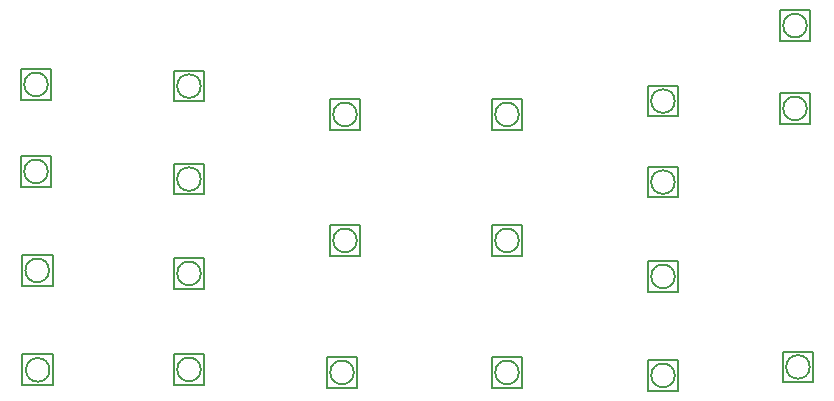
<source format=gbr>
%TF.GenerationSoftware,KiCad,Pcbnew,(6.0.8)*%
%TF.CreationDate,2023-08-07T17:47:41+10:00*%
%TF.ProjectId,REDPITAYA-BRK,52454450-4954-4415-9941-2d42524b2e6b,rev?*%
%TF.SameCoordinates,Original*%
%TF.FileFunction,AssemblyDrawing,Top*%
%FSLAX46Y46*%
G04 Gerber Fmt 4.6, Leading zero omitted, Abs format (unit mm)*
G04 Created by KiCad (PCBNEW (6.0.8)) date 2023-08-07 17:47:41*
%MOMM*%
%LPD*%
G01*
G04 APERTURE LIST*
%ADD10C,0.127000*%
G04 APERTURE END LIST*
D10*
%TO.C,ANALOG_OUT_1*%
X154970000Y-51484000D02*
X152370000Y-51484000D01*
X154970000Y-48884000D02*
X154970000Y-51484000D01*
X152370000Y-51484000D02*
X152370000Y-48884000D01*
X152370000Y-48884000D02*
X154970000Y-48884000D01*
X154670000Y-50184000D02*
G75*
G03*
X154670000Y-50184000I-1000000J0D01*
G01*
%TO.C,+5V1*%
X99284000Y-40610000D02*
X101884000Y-40610000D01*
X101884000Y-40610000D02*
X101884000Y-43210000D01*
X101884000Y-43210000D02*
X99284000Y-43210000D01*
X99284000Y-43210000D02*
X99284000Y-40610000D01*
X101584000Y-41910000D02*
G75*
G03*
X101584000Y-41910000I-1000000J0D01*
G01*
%TO.C,I2C_SDA1*%
X125446000Y-56418000D02*
X125446000Y-53818000D01*
X125446000Y-53818000D02*
X128046000Y-53818000D01*
X128046000Y-56418000D02*
X125446000Y-56418000D01*
X128046000Y-53818000D02*
X128046000Y-56418000D01*
X127746000Y-55118000D02*
G75*
G03*
X127746000Y-55118000I-1000000J0D01*
G01*
%TO.C,ANALOG_IN_3*%
X152370000Y-67848000D02*
X152370000Y-65248000D01*
X154970000Y-65248000D02*
X154970000Y-67848000D01*
X154970000Y-67848000D02*
X152370000Y-67848000D01*
X152370000Y-65248000D02*
X154970000Y-65248000D01*
X154670000Y-66548000D02*
G75*
G03*
X154670000Y-66548000I-1000000J0D01*
G01*
%TO.C,-4V1*%
X101884000Y-47976000D02*
X101884000Y-50576000D01*
X101884000Y-50576000D02*
X99284000Y-50576000D01*
X99284000Y-47976000D02*
X101884000Y-47976000D01*
X99284000Y-50576000D02*
X99284000Y-47976000D01*
X101584000Y-49276000D02*
G75*
G03*
X101584000Y-49276000I-1000000J0D01*
G01*
%TO.C,UART_RX1*%
X114838000Y-67340000D02*
X112238000Y-67340000D01*
X114838000Y-64740000D02*
X114838000Y-67340000D01*
X112238000Y-67340000D02*
X112238000Y-64740000D01*
X112238000Y-64740000D02*
X114838000Y-64740000D01*
X114538000Y-66040000D02*
G75*
G03*
X114538000Y-66040000I-1000000J0D01*
G01*
%TO.C,ANALOG_IN_0*%
X141762000Y-64994000D02*
X141762000Y-67594000D01*
X141762000Y-67594000D02*
X139162000Y-67594000D01*
X139162000Y-67594000D02*
X139162000Y-64994000D01*
X139162000Y-64994000D02*
X141762000Y-64994000D01*
X141462000Y-66294000D02*
G75*
G03*
X141462000Y-66294000I-1000000J0D01*
G01*
%TO.C,UART_TX1*%
X114838000Y-56612000D02*
X114838000Y-59212000D01*
X114838000Y-59212000D02*
X112238000Y-59212000D01*
X112238000Y-56612000D02*
X114838000Y-56612000D01*
X112238000Y-59212000D02*
X112238000Y-56612000D01*
X114538000Y-57912000D02*
G75*
G03*
X114538000Y-57912000I-1000000J0D01*
G01*
%TO.C,EXT_COM1*%
X125192000Y-64994000D02*
X127792000Y-64994000D01*
X127792000Y-64994000D02*
X127792000Y-67594000D01*
X127792000Y-67594000D02*
X125192000Y-67594000D01*
X125192000Y-67594000D02*
X125192000Y-64994000D01*
X127492000Y-66294000D02*
G75*
G03*
X127492000Y-66294000I-1000000J0D01*
G01*
%TO.C,MOSI1*%
X99392000Y-56358000D02*
X101992000Y-56358000D01*
X101992000Y-56358000D02*
X101992000Y-58958000D01*
X99392000Y-58958000D02*
X99392000Y-56358000D01*
X101992000Y-58958000D02*
X99392000Y-58958000D01*
X101692000Y-57658000D02*
G75*
G03*
X101692000Y-57658000I-1000000J0D01*
G01*
%TO.C,ANALOG_IN_1*%
X139162000Y-53818000D02*
X141762000Y-53818000D01*
X141762000Y-53818000D02*
X141762000Y-56418000D01*
X141762000Y-56418000D02*
X139162000Y-56418000D01*
X139162000Y-56418000D02*
X139162000Y-53818000D01*
X141462000Y-55118000D02*
G75*
G03*
X141462000Y-55118000I-1000000J0D01*
G01*
%TO.C,ANALOG_IN_2*%
X141762000Y-45750000D02*
X139162000Y-45750000D01*
X139162000Y-45750000D02*
X139162000Y-43150000D01*
X141762000Y-43150000D02*
X141762000Y-45750000D01*
X139162000Y-43150000D02*
X141762000Y-43150000D01*
X141462000Y-44450000D02*
G75*
G03*
X141462000Y-44450000I-1000000J0D01*
G01*
%TO.C,CLK_N1*%
X163546000Y-38238000D02*
X163546000Y-35638000D01*
X163546000Y-35638000D02*
X166146000Y-35638000D01*
X166146000Y-35638000D02*
X166146000Y-38238000D01*
X166146000Y-38238000D02*
X163546000Y-38238000D01*
X165846000Y-36938000D02*
G75*
G03*
X165846000Y-36938000I-1000000J0D01*
G01*
%TO.C,ANALOG_OUT_2*%
X163800000Y-67135000D02*
X163800000Y-64535000D01*
X166400000Y-64535000D02*
X166400000Y-67135000D01*
X166400000Y-67135000D02*
X163800000Y-67135000D01*
X163800000Y-64535000D02*
X166400000Y-64535000D01*
X166100000Y-65835000D02*
G75*
G03*
X166100000Y-65835000I-1000000J0D01*
G01*
%TO.C,CS1*%
X114838000Y-48630000D02*
X114838000Y-51230000D01*
X112238000Y-48630000D02*
X114838000Y-48630000D01*
X114838000Y-51230000D02*
X112238000Y-51230000D01*
X112238000Y-51230000D02*
X112238000Y-48630000D01*
X114538000Y-49930000D02*
G75*
G03*
X114538000Y-49930000I-1000000J0D01*
G01*
%TO.C,ANALOG_OUT_0*%
X152370000Y-56866000D02*
X154970000Y-56866000D01*
X154970000Y-56866000D02*
X154970000Y-59466000D01*
X152370000Y-59466000D02*
X152370000Y-56866000D01*
X154970000Y-59466000D02*
X152370000Y-59466000D01*
X154670000Y-58166000D02*
G75*
G03*
X154670000Y-58166000I-1000000J0D01*
G01*
%TO.C,MISO1*%
X99433000Y-64783000D02*
X102033000Y-64783000D01*
X102033000Y-67383000D02*
X99433000Y-67383000D01*
X99433000Y-67383000D02*
X99433000Y-64783000D01*
X102033000Y-64783000D02*
X102033000Y-67383000D01*
X101733000Y-66083000D02*
G75*
G03*
X101733000Y-66083000I-1000000J0D01*
G01*
%TO.C,ANALOG_OUT_3*%
X154970000Y-42026000D02*
X154970000Y-44626000D01*
X152370000Y-42026000D02*
X154970000Y-42026000D01*
X154970000Y-44626000D02*
X152370000Y-44626000D01*
X152370000Y-44626000D02*
X152370000Y-42026000D01*
X154670000Y-43326000D02*
G75*
G03*
X154670000Y-43326000I-1000000J0D01*
G01*
%TO.C,CLK_P1*%
X166146000Y-45242000D02*
X163546000Y-45242000D01*
X166146000Y-42642000D02*
X166146000Y-45242000D01*
X163546000Y-45242000D02*
X163546000Y-42642000D01*
X163546000Y-42642000D02*
X166146000Y-42642000D01*
X165846000Y-43942000D02*
G75*
G03*
X165846000Y-43942000I-1000000J0D01*
G01*
%TO.C,SCLK1*%
X112238000Y-43356000D02*
X112238000Y-40756000D01*
X112238000Y-40756000D02*
X114838000Y-40756000D01*
X114838000Y-43356000D02*
X112238000Y-43356000D01*
X114838000Y-40756000D02*
X114838000Y-43356000D01*
X114538000Y-42056000D02*
G75*
G03*
X114538000Y-42056000I-1000000J0D01*
G01*
%TO.C,I2C_SCL1*%
X125446000Y-45750000D02*
X125446000Y-43150000D01*
X125446000Y-43150000D02*
X128046000Y-43150000D01*
X128046000Y-45750000D02*
X125446000Y-45750000D01*
X128046000Y-43150000D02*
X128046000Y-45750000D01*
X127746000Y-44450000D02*
G75*
G03*
X127746000Y-44450000I-1000000J0D01*
G01*
%TD*%
M02*

</source>
